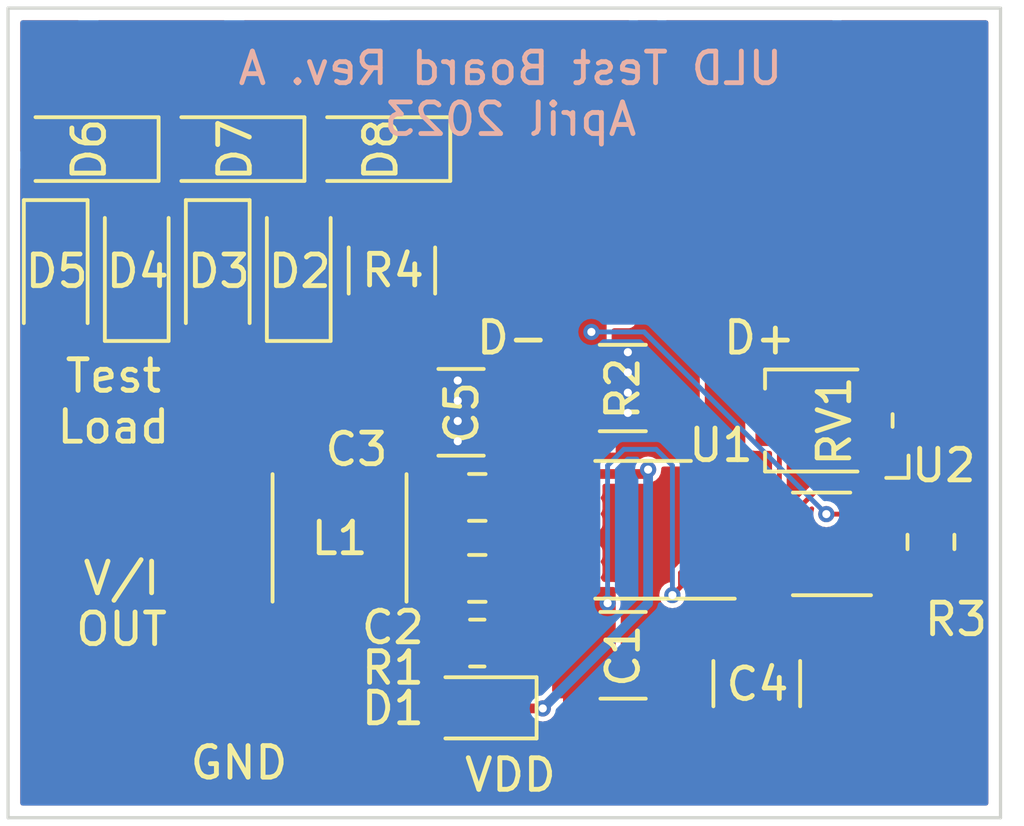
<source format=kicad_pcb>
(kicad_pcb (version 20221018) (generator pcbnew)
  (title_block (title "ULD Test Board") (date "2023-04-04") (rev "A"))
  (layers (0 "F.Cu" signal) (31 "B.Cu" signal) (34 "B.Paste" user) (35 "F.Paste" user) (36 "B.SilkS" user "B.Silkscreen") (37 "F.SilkS" user "F.Silkscreen") (38 "B.Mask" user) (39 "F.Mask" user) (44 "Edge.Cuts" user))
  (net 0 "")
  (net 1 "VDD")
  (net 2 "GND")
  (net 3 "Net-(U1-BST1)")
  (net 4 "Net-(U1-SW1)")
  (net 5 "Net-(U1-SW2)")
  (net 6 "Net-(U1-BST2)")
  (net 7 "Net-(U1-MPPC)")
  (net 8 "VD")
  (net 9 "Net-(D1-K)")
  (net 10 "Net-(D1-A)")
  (net 11 "GNDA")
  (net 12 "Net-(U2--)")
  (net 13 "FB")
  (net 15 "Net-(D2-K)")
  (net 16 "Net-(D3-K)")
  (net 17 "Net-(D4-K)")
  (net 18 "Net-(D5-K)")
  (net 19 "Net-(D6-K)")
  (net 20 "Net-(D7-K)")
  (net 21 "Net-(D2-A)")
  (net 22 "/VD_BRIDGE")
  (footprint "LED_SMD:LED_0805_2012Metric_Pad1.15x1.40mm_HandSolder" (layer "F.Cu") (at 40.11 47.352 180)
    (fp_text reference "D1" (at 2.645 -0.019) (layer "F.SilkS") (effects (font (size 0.9906 0.9906) (thickness 0.1524))))
    (fp_text value "LED")
    (fp_line (start -1.86 -0.96) (end -1.86 0.96) (stroke (width 0.12)) (layer "F.SilkS"))
    (fp_line (start -1.86 0.96) (end 1 0.96) (stroke (width 0.12)) (layer "F.SilkS"))
    (fp_line (start 1 -0.96) (end -1.86 -0.96) (stroke (width 0.12)) (layer "F.SilkS"))
    (pad "1" smd roundrect (at -1.025 0 180) (size 1.15 1.4) (layers "F.Cu" "F.Paste" "F.Mask") (roundrect_rratio 0.2173913043) (net 9 "Net-(D1-K)"))
    (pad "2" smd roundrect (at 1.025 0 180) (size 1.15 1.4) (layers "F.Cu" "F.Paste" "F.Mask") (roundrect_rratio 0.2173913043) (net 10 "Net-(D1-A)"))
  )
  (footprint "Diode_SMD:D_SOD-123F" (layer "F.Cu") (at 31.973 33.633 -90)
    (fp_text reference "D3" (at 0.022 -0.031 -180) (layer "F.SilkS") (effects (font (size 0.9906 0.9906) (thickness 0.1524))))
    (fp_text value "1N4007")
    (fp_line (start -2.21 -1) (end -2.21 1) (stroke (width 0.12)) (layer "F.SilkS"))
    (fp_line (start -2.21 -1) (end 1.65 -1) (stroke (width 0.12)) (layer "F.SilkS"))
    (fp_line (start -2.21 1) (end 1.65 1) (stroke (width 0.12)) (layer "F.SilkS"))
    (pad "1" smd roundrect (at -1.4 0 270) (size 1.1 1.1) (layers "F.Cu" "F.Paste" "F.Mask") (roundrect_rratio 0.2272727273) (net 16 "Net-(D3-K)"))
    (pad "2" smd roundrect (at 1.4 0 270) (size 1.1 1.1) (layers "F.Cu" "F.Paste" "F.Mask") (roundrect_rratio 0.2272727273) (net 15 "Net-(D2-K)"))
  )
  (footprint "Package_SO:MSOP-16-1EP_3x4.039mm_P0.5mm_EP1.651x2.845mm" (layer "F.Cu") (at 45.308 41.767 180)
    (fp_text reference "U1" (at -2.444 2.651) (layer "F.SilkS") (effects (font (size 0.9906 0.9906) (thickness 0.1524))))
    (fp_text value "LTC3129IMSE")
    (fp_line (start 0 -2.16) (end -2.875 -2.16) (stroke (width 0.12)) (layer "F.SilkS"))
    (fp_line (start 0 -2.16) (end 1.5 -2.16) (stroke (width 0.12)) (layer "F.SilkS"))
    (fp_line (start 0 2.16) (end -1.5 2.16) (stroke (width 0.12)) (layer "F.SilkS"))
    (fp_line (start 0 2.16) (end 1.5 2.16) (stroke (width 0.12)) (layer "F.SilkS"))
    (pad "1" smd roundrect (at -2.15 -1.75 180) (size 1.45 0.3) (layers "F.Cu" "F.Paste" "F.Mask") (net 7 "Net-(U1-MPPC)"))
    (pad "2" smd roundrect (at -2.15 -1.25 180) (size 1.45 0.3) (layers "F.Cu" "F.Paste" "F.Mask") (net 1 "VDD"))
    (pad "3" smd roundrect (at -2.15 -0.75 180) (size 1.45 0.3) (layers "F.Cu" "F.Paste" "F.Mask") (net 7 "Net-(U1-MPPC)"))
    (pad "4" smd roundrect (at -2.15 -0.25 180) (size 1.45 0.3) (layers "F.Cu" "F.Paste" "F.Mask") (net 2 "GND"))
    (pad "5" smd roundrect (at -2.15 0.25 180) (size 1.45 0.3) (layers "F.Cu" "F.Paste" "F.Mask") (net 13 "FB"))
    (pad "6" smd roundrect (at -2.15 0.75 180) (size 1.45 0.3) (layers "F.Cu" "F.Paste" "F.Mask") (net 2 "GND"))
    (pad "7" smd roundrect (at -2.15 1.25 180) (size 1.45 0.3) (layers "F.Cu" "F.Paste" "F.Mask") (net 2 "GND"))
    (pad "8" smd roundrect (at -2.15 1.75 180) (size 1.45 0.3) (layers "F.Cu" "F.Paste" "F.Mask") (net 2 "GND"))
    (pad "9" smd roundrect (at 2.15 1.75 180) (size 1.45 0.3) (layers "F.Cu" "F.Paste" "F.Mask") (net 9 "Net-(D1-K)"))
    (pad "10" smd roundrect (at 2.15 1.25 180) (size 1.45 0.3) (layers "F.Cu" "F.Paste" "F.Mask") (net 8 "VD"))
    (pad "11" smd roundrect (at 2.15 0.75 180) (size 1.45 0.3) (layers "F.Cu" "F.Paste" "F.Mask") (net 6 "Net-(U1-BST2)"))
    (pad "12" smd roundrect (at 2.15 0.25 180) (size 1.45 0.3) (layers "F.Cu" "F.Paste" "F.Mask") (net 5 "Net-(U1-SW2)"))
    (pad "13" smd roundrect (at 2.15 -0.25 180) (size 1.45 0.3) (layers "F.Cu" "F.Paste" "F.Mask") (net 2 "GND"))
    (pad "14" smd roundrect (at 2.15 -0.75 180) (size 1.45 0.3) (layers "F.Cu" "F.Paste" "F.Mask") (net 4 "Net-(U1-SW1)"))
    (pad "15" smd roundrect (at 2.15 -1.25 180) (size 1.45 0.3) (layers "F.Cu" "F.Paste" "F.Mask") (net 3 "Net-(U1-BST1)"))
    (pad "16" smd roundrect (at 2.15 -1.75 180) (size 1.45 0.3) (layers "F.Cu" "F.Paste" "F.Mask") (net 1 "VDD"))
    (pad "17" smd rect (at 0 0 180) (size 1.651 2.845) (layers "F.Cu" "F.Mask") (net 2 "GND"))
  )
  (footprint "Diode_SMD:D_SOD-123F" (layer "F.Cu") (at 37.053 29.823 180)
    (fp_text reference "D8" (at -0.031 -0.022 90) (layer "F.SilkS") (effects (font (size 0.9906 0.9906) (thickness 0.1524))))
    (fp_text value "1N4007")
    (fp_line (start -2.21 -1) (end -2.21 1) (stroke (width 0.12)) (layer "F.SilkS"))
    (fp_line (start -2.21 -1) (end 1.65 -1) (stroke (width 0.12)) (layer "F.SilkS"))
    (fp_line (start -2.21 1) (end 1.65 1) (stroke (width 0.12)) (layer "F.SilkS"))
    (pad "1" smd roundrect (at -1.4 0 180) (size 1.1 1.1) (layers "F.Cu" "F.Paste" "F.Mask") (roundrect_rratio 0.2272727273) (net 11 "GNDA"))
    (pad "2" smd roundrect (at 1.4 0 180) (size 1.1 1.1) (layers "F.Cu" "F.Paste" "F.Mask") (roundrect_rratio 0.2272727273) (net 20 "Net-(D7-K)"))
  )
  (footprint "Potentiometer_SMD:Potentiometer_Bourns_TC33X_Vertical" (layer "F.Cu") (at 51.032 38.338 180)
    (fp_text reference "RV1" (at -0.276 -0.016 90) (layer "F.SilkS") (effects (font (size 0.9906 0.9906) (thickness 0.1524))))
    (fp_text value "2kΩ")
    (fp_line (start -2.6 -1.8) (end -2.6 -1.1) (stroke (width 0.12)) (layer "F.SilkS"))
    (fp_line (start -2.1 -0.2) (end -2.1 0.2) (stroke (width 0.12)) (layer "F.SilkS"))
    (fp_line (start -1.9 -1.8) (end -2.6 -1.8) (stroke (width 0.12)) (layer "F.SilkS"))
    (fp_line (start -1 -1.6) (end 1.9 -1.6) (stroke (width 0.12)) (layer "F.SilkS"))
    (fp_line (start -1 1.6) (end 1.9 1.6) (stroke (width 0.12)) (layer "F.SilkS"))
    (fp_line (start 1.9 -1.6) (end 1.9 -1) (stroke (width 0.12)) (layer "F.SilkS"))
    (fp_line (start 1.9 1.6) (end 1.9 1) (stroke (width 0.12)) (layer "F.SilkS"))
    (pad "1" smd rect (at -1.8 -1 180) (size 1.2 1.2) (layers "F.Cu" "F.Paste" "F.Mask") (net 2 "GND"))
    (pad "2" smd rect (at 1.45 0 180) (size 1.5 1.6) (layers "F.Cu" "F.Paste" "F.Mask") (net 12 "Net-(U2--)"))
    (pad "3" smd rect (at -1.8 1 180) (size 1.2 1.2) (layers "F.Cu" "F.Paste" "F.Mask"))
  )
  (footprint "Package_TO_SOT_SMD:SOT-23-5_HandSoldering" (layer "F.Cu") (at 50.905 42.209 180)
    (fp_text reference "U2" (at -3.832 2.458 180) (layer "F.SilkS") (effects (font (size 0.9906 0.9906) (thickness 0.1524))))
    (fp_text value "AD8515")
    (fp_line (start -0.9 1.61) (end 0.9 1.61) (stroke (width 0.12)) (layer "F.SilkS"))
    (fp_line (start 0.9 -1.61) (end -1.55 -1.61) (stroke (width 0.12)) (layer "F.SilkS"))
    (pad "1" smd rect (at -1.35 -0.95 180) (size 1.56 0.65) (layers "F.Cu" "F.Paste" "F.Mask") (net 13 "FB"))
    (pad "2" smd rect (at -1.35 0 180) (size 1.56 0.65) (layers "F.Cu" "F.Paste" "F.Mask") (net 2 "GND"))
    (pad "3" smd rect (at -1.35 0.95 180) (size 1.56 0.65) (layers "F.Cu" "F.Paste" "F.Mask") (net 11 "GNDA"))
    (pad "4" smd rect (at 1.35 0.95 180) (size 1.56 0.65) (layers "F.Cu" "F.Paste" "F.Mask") (net 12 "Net-(U2--)"))
    (pad "5" smd rect (at 1.35 -0.95 180) (size 1.56 0.65) (layers "F.Cu" "F.Paste" "F.Mask") (net 7 "Net-(U1-MPPC)"))
  )
  (footprint "Resistor_SMD:R_1210_3225Metric_Pad1.30x2.65mm_HandSolder" (layer "F.Cu") (at 44.673 37.319)
    (fp_text reference "R2" (at 0 0.019 90) (layer "F.SilkS") (effects (font (size 0.9906 0.9906) (thickness 0.1524))))
    (fp_text value "1Ω")
    (fp_line (start -0.723737 -1.355) (end 0.723737 -1.355) (stroke (width 0.12)) (layer "F.SilkS"))
    (fp_line (start -0.723737 1.355) (end 0.723737 1.355) (stroke (width 0.12)) (layer "F.SilkS"))
    (pad "1" smd roundrect (at -1.55 0) (size 1.3 2.65) (layers "F.Cu" "F.Paste" "F.Mask") (roundrect_rratio 0.1923076923) (net 11 "GNDA"))
    (pad "2" smd roundrect (at 1.55 0) (size 1.3 2.65) (layers "F.Cu" "F.Paste" "F.Mask") (roundrect_rratio 0.1923076923) (net 2 "GND"))
  )
  (footprint "Diode_SMD:D_SOD-123F" (layer "F.Cu") (at 34.513 33.633 90)
    (fp_text reference "D2" (at -0.022 0.031 180) (layer "F.SilkS") (effects (font (size 0.9906 0.9906) (thickness 0.1524))))
    (fp_text value "1N4007")
    (fp_line (start -2.21 -1) (end -2.21 1) (stroke (width 0.12)) (layer "F.SilkS"))
    (fp_line (start -2.21 -1) (end 1.65 -1) (stroke (width 0.12)) (layer "F.SilkS"))
    (fp_line (start -2.21 1) (end 1.65 1) (stroke (width 0.12)) (layer "F.SilkS"))
    (pad "1" smd roundrect (at -1.4 0 90) (size 1.1 1.1) (layers "F.Cu" "F.Paste" "F.Mask") (roundrect_rratio 0.2272727273) (net 15 "Net-(D2-K)"))
    (pad "2" smd roundrect (at 1.4 0 90) (size 1.1 1.1) (layers "F.Cu" "F.Paste" "F.Mask") (roundrect_rratio 0.2272727273) (net 21 "Net-(D2-A)"))
  )
  (footprint "Diode_SMD:D_SOD-123F" (layer "F.Cu") (at 27.909 29.823 180)
    (fp_text reference "D6" (at -0.031 -0.022 90) (layer "F.SilkS") (effects (font (size 0.9906 0.9906) (thickness 0.1524))))
    (fp_text value "1N4007")
    (fp_line (start -2.21 -1) (end -2.21 1) (stroke (width 0.12)) (layer "F.SilkS"))
    (fp_line (start -2.21 -1) (end 1.65 -1) (stroke (width 0.12)) (layer "F.SilkS"))
    (fp_line (start -2.21 1) (end 1.65 1) (stroke (width 0.12)) (layer "F.SilkS"))
    (pad "1" smd roundrect (at -1.4 0 180) (size 1.1 1.1) (layers "F.Cu" "F.Paste" "F.Mask") (roundrect_rratio 0.2272727273) (net 19 "Net-(D6-K)"))
    (pad "2" smd roundrect (at 1.4 0 180) (size 1.1 1.1) (layers "F.Cu" "F.Paste" "F.Mask") (roundrect_rratio 0.2272727273) (net 18 "Net-(D5-K)"))
  )
  (footprint "Capacitor_SMD:C_0805_2012Metric_Pad1.18x1.45mm_HandSolder" (layer "F.Cu") (at 40.11 40.751)
    (fp_text reference "C3" (at -3.788 -1.508) (layer "F.SilkS") (effects (font (size 0.9906 0.9906) (thickness 0.1524))))
    (fp_text value "22nF")
    (fp_line (start -0.261252 -0.735) (end 0.261252 -0.735) (stroke (width 0.12)) (layer "F.SilkS"))
    (fp_line (start -0.261252 0.735) (end 0.261252 0.735) (stroke (width 0.12)) (layer "F.SilkS"))
    (pad "1" smd roundrect (at -1.0375 0) (size 1.175 1.45) (layers "F.Cu" "F.Paste" "F.Mask") (roundrect_rratio 0.2127659574) (net 5 "Net-(U1-SW2)"))
    (pad "2" smd roundrect (at 1.0375 0) (size 1.175 1.45) (layers "F.Cu" "F.Paste" "F.Mask") (roundrect_rratio 0.2127659574) (net 6 "Net-(U1-BST2)"))
  )
  (footprint "Diode_SMD:D_SOD-123F" (layer "F.Cu") (at 32.481 29.823 180)
    (fp_text reference "D7" (at -0.031 -0.022 90) (layer "F.SilkS") (effects (font (size 0.9906 0.9906) (thickness 0.1524))))
    (fp_text value "1N4007")
    (fp_line (start -2.21 -1) (end -2.21 1) (stroke (width 0.12)) (layer "F.SilkS"))
    (fp_line (start -2.21 -1) (end 1.65 -1) (stroke (width 0.12)) (layer "F.SilkS"))
    (fp_line (start -2.21 1) (end 1.65 1) (stroke (width 0.12)) (layer "F.SilkS"))
    (pad "1" smd roundrect (at -1.4 0 180) (size 1.1 1.1) (layers "F.Cu" "F.Paste" "F.Mask") (roundrect_rratio 0.2272727273) (net 20 "Net-(D7-K)"))
    (pad "2" smd roundrect (at 1.4 0 180) (size 1.1 1.1) (layers "F.Cu" "F.Paste" "F.Mask") (roundrect_rratio 0.2272727273) (net 19 "Net-(D6-K)"))
  )
  (footprint "Resistor_SMD:R_0805_2012Metric_Pad1.20x1.40mm_HandSolder" (layer "F.Cu") (at 54.334 42.148 -90)
    (fp_text reference "R3" (at 2.429 -0.784 -180) (layer "F.SilkS") (effects (font (size 0.9906 0.9906) (thickness 0.1524))))
    (fp_text value "10kΩ")
    (fp_line (start -0.227064 -0.735) (end 0.227064 -0.735) (stroke (width 0.12)) (layer "F.SilkS"))
    (fp_line (start -0.227064 0.735) (end 0.227064 0.735) (stroke (width 0.12)) (layer "F.SilkS"))
    (pad "1" smd roundrect (at -1 0 270) (size 1.2 1.4) (layers "F.Cu" "F.Paste" "F.Mask") (roundrect_rratio 0.2083333333) (net 12 "Net-(U2--)"))
    (pad "2" smd roundrect (at 1 0 270) (size 1.2 1.4) (layers "F.Cu" "F.Paste" "F.Mask") (roundrect_rratio 0.2083333333) (net 13 "FB"))
  )
  (footprint "Diode_SMD:D_SOD-123F" (layer "F.Cu") (at 29.433 33.633 90)
    (fp_text reference "D4" (at -0.022 0.031 180) (layer "F.SilkS") (effects (font (size 0.9906 0.9906) (thickness 0.1524))))
    (fp_text value "1N4007")
    (fp_line (start -2.21 -1) (end -2.21 1) (stroke (width 0.12)) (layer "F.SilkS"))
    (fp_line (start -2.21 -1) (end 1.65 -1) (stroke (width 0.12)) (layer "F.SilkS"))
    (fp_line (start -2.21 1) (end 1.65 1) (stroke (width 0.12)) (layer "F.SilkS"))
    (pad "1" smd roundrect (at -1.4 0 90) (size 1.1 1.1) (layers "F.Cu" "F.Paste" "F.Mask") (roundrect_rratio 0.2272727273) (net 17 "Net-(D4-K)"))
    (pad "2" smd roundrect (at 1.4 0 90) (size 1.1 1.1) (layers "F.Cu" "F.Paste" "F.Mask") (roundrect_rratio 0.2272727273) (net 16 "Net-(D3-K)"))
  )
  (footprint "Resistor_SMD:R_1210_3225Metric_Pad1.30x2.65mm_HandSolder" (layer "F.Cu") (at 37.434 33.633 90)
    (fp_text reference "R4" (at 0 0.031 180) (layer "F.SilkS") (effects (font (size 0.9906 0.9906) (thickness 0.1524))))
    (fp_text value "1Ω")
    (fp_line (start -0.723737 -1.355) (end 0.723737 -1.355) (stroke (width 0.12)) (layer "F.SilkS"))
    (fp_line (start -0.723737 1.355) (end 0.723737 1.355) (stroke (width 0.12)) (layer "F.SilkS"))
    (pad "1" smd roundrect (at -1.55 0 90) (size 1.3 2.65) (layers "F.Cu" "F.Paste" "F.Mask") (roundrect_rratio 0.1923076923) (net 22 "/VD_BRIDGE"))
    (pad "2" smd roundrect (at 1.55 0 90) (size 1.3 2.65) (layers "F.Cu" "F.Paste" "F.Mask") (roundrect_rratio 0.1923076923) (net 21 "Net-(D2-A)"))
  )
  (footprint "Inductor_SMD:L_Taiyo-Yuden_MD-4040" (layer "F.Cu") (at 35.792 42.021 90)
    (fp_text reference "L1" (at -0.016 0) (layer "F.SilkS") (effects (font (size 0.9906 0.9906) (thickness 0.1524))))
    (fp_text value "6.8µH")
    (fp_line (start -2 -2.1) (end 2 -2.1) (stroke (width 0.12)) (layer "F.SilkS"))
    (fp_line (start -2 2.1) (end 2 2.1) (stroke (width 0.12)) (layer "F.SilkS"))
    (pad "1" smd rect (at -1.4 0 90) (size 1.2 3.7) (layers "F.Cu" "F.Paste" "F.Mask") (net 4 "Net-(U1-SW1)"))
    (pad "2" smd rect (at 1.4 0 90) (size 1.2 3.7) (layers "F.Cu" "F.Paste" "F.Mask") (net 5 "Net-(U1-SW2)"))
  )
  (footprint "Capacitor_SMD:C_1210_3225Metric_Pad1.33x2.70mm_HandSolder" (layer "F.Cu") (at 44.682 45.704)
    (fp_text reference "C1" (at 0 0.016 90) (layer "F.SilkS") (effects (font (size 0.9906 0.9906) (thickness 0.1524))))
    (fp_text value "22µF")
    (fp_line (start -0.711252 -1.36) (end 0.711252 -1.36) (stroke (width 0.12)) (layer "F.SilkS"))
    (fp_line (start -0.711252 1.36) (end 0.711252 1.36) (stroke (width 0.12)) (layer "F.SilkS"))
    (pad "1" smd roundrect (at -1.5625 0) (size 1.325 2.7) (layers "F.Cu" "F.Paste" "F.Mask") (roundrect_rratio 0.1886792453) (net 1 "VDD"))
    (pad "2" smd roundrect (at 1.5625 0) (size 1.325 2.7) (layers "F.Cu" "F.Paste" "F.Mask") (roundrect_rratio 0.1886792453) (net 2 "GND"))
  )
  (footprint "Capacitor_SMD:C_1210_3225Metric_Pad1.33x2.70mm_HandSolder" (layer "F.Cu") (at 39.602 38.081)
    (fp_text reference "C5" (at 0.022 0.019 90) (layer "F.SilkS") (effects (font (size 0.9906 0.9906) (thickness 0.1524))))
    (fp_text value "22µF")
    (fp_line (start -0.711252 -1.36) (end 0.711252 -1.36) (stroke (width 0.12)) (layer "F.SilkS"))
    (fp_line (start -0.711252 1.36) (end 0.711252 1.36) (stroke (width 0.12)) (layer "F.SilkS"))
    (pad "1" smd roundrect (at -1.5625 0) (size 1.325 2.7) (layers "F.Cu" "F.Paste" "F.Mask") (roundrect_rratio 0.1886792453) (net 2 "GND"))
    (pad "2" smd roundrect (at 1.5625 0) (size 1.325 2.7) (layers "F.Cu" "F.Paste" "F.Mask") (roundrect_rratio 0.1886792453) (net 8 "VD"))
  )
  (footprint "Capacitor_SMD:C_1210_3225Metric_Pad1.33x2.70mm_HandSolder" (layer "F.Cu") (at 48.873 46.593 -90)
    (fp_text reference "C4" (at 0.016 -0.022 -180) (layer "F.SilkS") (effects (font (size 0.9906 0.9906) (thickness 0.1524))))
    (fp_text value "4.7µF")
    (fp_line (start -0.711252 -1.36) (end 0.711252 -1.36) (stroke (width 0.12)) (layer "F.SilkS"))
    (fp_line (start -0.711252 1.36) (end 0.711252 1.36) (stroke (width 0.12)) (layer "F.SilkS"))
    (pad "1" smd roundrect (at -1.5625 0 270) (size 1.325 2.7) (layers "F.Cu" "F.Paste" "F.Mask") (roundrect_rratio 0.1886792453) (net 7 "Net-(U1-MPPC)"))
    (pad "2" smd roundrect (at 1.5625 0 270) (size 1.325 2.7) (layers "F.Cu" "F.Paste" "F.Mask") (roundrect_rratio 0.1886792453) (net 2 "GND"))
  )
  (footprint "Diode_SMD:D_SOD-123F" (layer "F.Cu") (at 26.893 33.633 -90)
    (fp_text reference "D5" (at 0.022 -0.031 -180) (layer "F.SilkS") (effects (font (size 0.9906 0.9906) (thickness 0.1524))))
    (fp_text value "1N4007")
    (fp_line (start -2.21 -1) (end -2.21 1) (stroke (width 0.12)) (layer "F.SilkS"))
    (fp_line (start -2.21 -1) (end 1.65 -1) (stroke (width 0.12)) (layer "F.SilkS"))
    (fp_line (start -2.21 1) (end 1.65 1) (stroke (width 0.12)) (layer "F.SilkS"))
    (pad "1" smd roundrect (at -1.4 0 270) (size 1.1 1.1) (layers "F.Cu" "F.Paste" "F.Mask") (roundrect_rratio 0.2272727273) (net 18 "Net-(D5-K)"))
    (pad "2" smd roundrect (at 1.4 0 270) (size 1.1 1.1) (layers "F.Cu" "F.Paste" "F.Mask") (roundrect_rratio 0.2272727273) (net 17 "Net-(D4-K)"))
  )
  (footprint "Resistor_SMD:R_0805_2012Metric_Pad1.20x1.40mm_HandSolder" (layer "F.Cu") (at 40.11 45.32 180)
    (fp_text reference "R1" (at 2.645 -0.781) (layer "F.SilkS") (effects (font (size 0.9906 0.9906) (thickness 0.1524))))
    (fp_text value "68Ω")
    (fp_line (start -0.227064 -0.735) (end 0.227064 -0.735) (stroke (width 0.12)) (layer "F.SilkS"))
    (fp_line (start -0.227064 0.735) (end 0.227064 0.735) (stroke (width 0.12)) (layer "F.SilkS"))
    (pad "1" smd roundrect (at -1 0 180) (size 1.2 1.4) (layers "F.Cu" "F.Paste" "F.Mask") (roundrect_rratio 0.2083333333) (net 1 "VDD"))
    (pad "2" smd roundrect (at 1 0 180) (size 1.2 1.4) (layers "F.Cu" "F.Paste" "F.Mask") (roundrect_rratio 0.2083333333) (net 10 "Net-(D1-A)"))
  )
  (footprint "Capacitor_SMD:C_0805_2012Metric_Pad1.18x1.45mm_HandSolder" (layer "F.Cu") (at 40.11 43.291 180)
    (fp_text reference "C2" (at 2.645 -1.54) (layer "F.SilkS") (effects (font (size 0.9906 0.9906) (thickness 0.1524))))
    (fp_text value "22nF")
    (fp_line (start -0.261252 -0.735) (end 0.261252 -0.735) (stroke (width 0.12)) (layer "F.SilkS"))
    (fp_line (start -0.261252 0.735) (end 0.261252 0.735) (stroke (width 0.12)) (layer "F.SilkS"))
    (pad "1" smd roundrect (at -1.0375 0 180) (size 1.175 1.45) (layers "F.Cu" "F.Paste" "F.Mask") (roundrect_rratio 0.2127659574) (net 3 "Net-(U1-BST1)"))
    (pad "2" smd roundrect (at 1.0375 0 180) (size 1.175 1.45) (layers "F.Cu" "F.Paste" "F.Mask") (roundrect_rratio 0.2127659574) (net 4 "Net-(U1-SW1)"))
  )
  (gr_line (start 25.4 25.4) (end 56.515 25.4) (stroke (width 0.1016)) (layer "Edge.Cuts"))
  (gr_line (start 56.515 50.8) (end 25.4 50.8) (stroke (width 0.1016)) (layer "Edge.Cuts"))
  (gr_line (start 25.4 50.8) (end 25.4 25.4) (stroke (width 0.1016)) (layer "Edge.Cuts"))
  (gr_line (start 56.515 25.4) (end 56.515 50.8) (stroke (width 0.1016)) (layer "Edge.Cuts"))
  (gr_text "ULD Test Board Rev. A\nApril 2023" (at 41.148 29.464) (layer "B.SilkS") (effects (font (size 0.9906 0.9906) (thickness 0.1524) bold) (justify bottom mirror)))
  (gr_text "D+" (at 47.752 36.322) (layer "F.SilkS") (effects (font (size 0.9906 0.9906) (thickness 0.1524) bold) (justify left bottom)))
  (gr_text "V/I\nOUT" (at 28.956 45.466) (layer "F.SilkS") (effects (font (size 0.9906 0.9906) (thickness 0.1524) bold) (justify bottom)))
  (gr_text "Test\nLoad" (at 28.702 39.116) (layer "F.SilkS") (effects (font (size 0.9906 0.9906) (thickness 0.1524) bold) (justify bottom)))
  (gr_text "VDD" (at 41.148 50.038) (layer "F.SilkS") (effects (font (size 0.9906 0.9906) (thickness 0.1524) bold) (justify bottom)))
  (gr_text "GND" (at 32.639 49.657) (layer "F.SilkS") (effects (font (size 0.9906 0.9906) (thickness 0.1524) bold) (justify bottom)))
  (gr_text "D-" (at 40.005 36.322) (layer "F.SilkS") (effects (font (size 0.9906 0.9906) (thickness 0.1524) bold) (justify left bottom)))
  (segment (start 43.158 45.6655) (end 43.1195 45.704) (width 0.3048) (layer "F.Cu") (net 1))
  (segment (start 46.228 43.815) (end 46.482 43.561) (width 0.1524) (layer "F.Cu") (net 1))
  (segment (start 43.158 43.517) (end 43.158 44.069) (width 0.3048) (layer "F.Cu") (net 1))
  (segment (start 42.7355 45.32) (end 43.1195 45.704) (width 0.3048) (layer "F.Cu") (net 1))
  (segment (start 46.482 43.1165) (end 46.5815 43.017) (width 0.1524) (layer "F.Cu") (net 1))
  (segment (start 44.196 44.069) (end 43.158 44.069) (width 0.1524) (layer "F.Cu") (net 1))
  (segment (start 46.5815 43.017) (end 47.458 43.017) (width 0.1524) (layer "F.Cu") (net 1))
  (segment (start 46.482 43.561) (end 46.482 43.1165) (width 0.1524) (layer "F.Cu") (net 1))
  (segment (start 41.11 45.32) (end 42.7355 45.32) (width 0.3048) (layer "F.Cu") (net 1))
  (segment (start 43.158 44.069) (end 43.158 45.6655) (width 0.3048) (layer "F.Cu") (net 1))
  (via (at 44.196 44.069) (size 0.508) (drill 0.254) (layers "F.Cu" "B.Cu") (net 1))
  (via (at 46.228 43.815) (size 0.508) (drill 0.254) (layers "F.Cu" "B.Cu") (net 1))
  (segment (start 44.196 44.069) (end 44.196 39.751) (width 0.1524) (layer "B.Cu") (net 1))
  (segment (start 44.704 39.243) (end 45.72 39.243) (width 0.1524) (layer "B.Cu") (net 1))
  (segment (start 46.228 39.751) (end 46.228 43.815) (width 0.1524) (layer "B.Cu") (net 1))
  (segment (start 45.72 39.243) (end 46.228 39.751) (width 0.1524) (layer "B.Cu") (net 1))
  (segment (start 44.196 39.751) (end 44.704 39.243) (width 0.1524) (layer "B.Cu") (net 1))
  (via (at 44.831 36.195) (size 0.508) (drill 0.254) (layers "F.Cu" "B.Cu") (net 2))
  (via (at 39.497 37.719) (size 0.508) (drill 0.254) (layers "F.Cu" "B.Cu") (net 2))
  (via (at 44.831 36.83) (size 0.508) (drill 0.254) (layers "F.Cu" "B.Cu") (net 2))
  (via (at 39.497 38.354) (size 0.508) (drill 0.254) (layers "F.Cu" "B.Cu") (net 2))
  (via (at 44.831 38.1) (size 0.508) (drill 0.254) (layers "F.Cu" "B.Cu") (net 2))
  (via (at 39.497 37.084) (size 0.508) (drill 0.254) (layers "F.Cu" "B.Cu") (net 2))
  (via (at 44.831 37.465) (size 0.508) (drill 0.254) (layers "F.Cu" "B.Cu") (net 2))
  (via (at 39.497 38.989) (size 0.508) (drill 0.254) (layers "F.Cu" "B.Cu") (net 2))
  (segment (start 43.158 43.017) (end 41.4215 43.017) (width 0.3048) (layer "F.Cu") (net 3))
  (segment (start 41.4215 43.017) (end 41.1475 43.291) (width 0.3048) (layer "F.Cu") (net 3))
  (segment (start 38.9425 43.421) (end 39.0725 43.291) (width 0.3048) (layer "F.Cu") (net 4))
  (segment (start 43.158 42.517) (end 41.970606 42.517) (width 0.3048) (layer "F.Cu") (net 4))
  (segment (start 35.792 43.421) (end 38.9425 43.421) (width 0.3048) (layer "F.Cu") (net 4))
  (segment (start 39.0725 43.1855) (end 39.0725 43.291) (width 0.3048) (layer "F.Cu") (net 4))
  (segment (start 41.970606 42.517) (end 41.714806 42.2612) (width 0.3048) (layer "F.Cu") (net 4))
  (segment (start 39.9968 42.2612) (end 39.0725 43.1855) (width 0.3048) (layer "F.Cu") (net 4))
  (segment (start 41.714806 42.2612) (end 39.9968 42.2612) (width 0.3048) (layer "F.Cu") (net 4))
  (segment (start 41.978606 41.517) (end 41.714806 41.7808) (width 0.3048) (layer "F.Cu") (net 5))
  (segment (start 43.158 41.517) (end 41.978606 41.517) (width 0.3048) (layer "F.Cu") (net 5))
  (segment (start 41.714806 41.7808) (end 39.9968 41.7808) (width 0.3048) (layer "F.Cu") (net 5))
  (segment (start 38.9425 40.621) (end 39.0725 40.751) (width 0.3048) (layer "F.Cu") (net 5))
  (segment (start 39.9968 41.7808) (end 39.0725 40.8565) (width 0.3048) (layer "F.Cu") (net 5))
  (segment (start 39.0725 40.8565) (end 39.0725 40.751) (width 0.3048) (layer "F.Cu") (net 5))
  (segment (start 35.792 40.621) (end 38.9425 40.621) (width 0.3048) (layer "F.Cu") (net 5))
  (segment (start 41.4135 41.017) (end 41.1475 40.751) (width 0.3048) (layer "F.Cu") (net 6))
  (segment (start 43.158 41.017) (end 41.4135 41.017) (width 0.3048) (layer "F.Cu") (net 6))
  (segment (start 49.197 43.517) (end 49.555 43.159) (width 0.3048) (layer "F.Cu") (net 7))
  (segment (start 47.458 43.517) (end 48.746 43.517) (width 0.3048) (layer "F.Cu") (net 7))
  (segment (start 48.48 42.517) (end 49.122 43.159) (width 0.1524) (layer "F.Cu") (net 7))
  (segment (start 48.873 45.0305) (end 48.873 43.517) (width 0.3048) (layer "F.Cu") (net 7))
  (segment (start 47.458 42.517) (end 48.48 42.517) (width 0.1524) (layer "F.Cu") (net 7))
  (segment (start 48.873 43.517) (end 49.197 43.517) (width 0.3048) (layer "F.Cu") (net 7))
  (segment (start 49.122 43.159) (end 49.555 43.159) (width 0.1524) (layer "F.Cu") (net 7))
  (segment (start 48.746 43.517) (end 48.873 43.517) (width 0.3048) (layer "F.Cu") (net 7))
  (segment (start 35.56 38.1) (end 34.29 38.1) (width 0.3048) (layer "F.Cu") (net 8))
  (segment (start 42.395882 40.517) (end 43.158 40.517) (width 0.3048) (layer "F.Cu") (net 8))
  (segment (start 41.1645 37.3545) (end 40.132 36.322) (width 0.3048) (layer "F.Cu") (net 8))
  (segment (start 42.3494 39.497) (end 44.831 39.497) (width 0.3048) (layer "F.Cu") (net 8))
  (segment (start 42.1282 39.7182) (end 42.1282 40.249318) (width 0.3048) (layer "F.Cu") (net 8))
  (segment (start 42.1282 40.249318) (end 42.395882 40.517) (width 0.3048) (layer "F.Cu") (net 8))
  (segment (start 44.831 39.497) (end 44.958 39.37) (width 0.3048) (layer "F.Cu") (net 8))
  (segment (start 37.338 36.322) (end 35.56 38.1) (width 0.3048) (layer "F.Cu") (net 8))
  (segment (start 41.1645 38.081) (end 41.1645 37.3545) (width 0.3048) (layer "F.Cu") (net 8))
  (segment (start 41.1645 38.081) (end 41.1645 38.7545) (width 0.3048) (layer "F.Cu") (net 8))
  (segment (start 40.132 36.322) (end 37.338 36.322) (width 0.3048) (layer "F.Cu") (net 8))
  (segment (start 41.1645 38.7545) (end 42.1282 39.7182) (width 0.3048) (layer "F.Cu") (net 8))
  (segment (start 42.1282 39.7182) (end 42.3494 39.497) (width 0.3048) (layer "F.Cu") (net 8))
  (segment (start 43.158 40.017) (end 45.327 40.017) (width 0.3048) (layer "F.Cu") (net 9))
  (segment (start 42.164 47.371) (end 41.154 47.371) (width 0.3048) (layer "F.Cu") (net 9))
  (segment (start 41.154 47.371) (end 41.135 47.352) (width 0.3048) (layer "F.Cu") (net 9))
  (segment (start 45.327 40.017) (end 45.466 39.878) (width 0.3048) (layer "F.Cu") (net 9))
  (via (at 45.466 39.878) (size 0.508) (drill 0.254) (layers "F.Cu" "B.Cu") (net 9))
  (via (at 42.164 47.371) (size 0.508) (drill 0.254) (layers "F.Cu" "B.Cu") (net 9))
  (segment (start 42.164 47.371) (end 45.466 44.069) (width 0.3048) (layer "B.Cu") (net 9))
  (segment (start 45.466 44.069) (end 45.466 39.878) (width 0.3048) (layer "B.Cu") (net 9))
  (segment (start 39.085 47.352) (end 39.085 45.345) (width 0.3048) (layer "F.Cu") (net 10))
  (segment (start 39.085 45.345) (end 39.11 45.32) (width 0.3048) (layer "F.Cu") (net 10))
  (segment (start 52.239 41.275) (end 52.255 41.259) (width 0.1524) (layer "F.Cu") (net 11))
  (segment (start 51.054 41.275) (end 52.239 41.275) (width 0.1524) (layer "F.Cu") (net 11))
  (via (at 51.054 41.275) (size 0.508) (drill 0.254) (layers "F.Cu" "B.Cu") (net 11))
  (via (at 43.688 35.56) (size 0.508) (drill 0.254) (layers "F.Cu" "B.Cu") (net 11))
  (segment (start 45.339 35.56) (end 43.688 35.56) (width 0.1524) (layer "B.Cu") (net 11))
  (segment (start 51.054 41.275) (end 45.339 35.56) (width 0.1524) (layer "B.Cu") (net 11))
  (segment (start 49.582 38.338) (end 49.582 41.232) (width 0.1524) (layer "F.Cu") (net 12))
  (segment (start 53.572 40.497) (end 54.223 41.148) (width 0.1524) (layer "F.Cu") (net 12))
  (segment (start 50.016 41.259) (end 50.778 40.497) (width 0.1524) (layer "F.Cu") (net 12))
  (segment (start 50.778 40.497) (end 53.572 40.497) (width 0.1524) (layer "F.Cu") (net 12))
  (segment (start 49.555 41.259) (end 50.016 41.259) (width 0.1524) (layer "F.Cu") (net 12))
  (segment (start 49.582 41.232) (end 49.555 41.259) (width 0.1524) (layer "F.Cu") (net 12))
  (segment (start 54.223 41.148) (end 54.334 41.148) (width 0.1524) (layer "F.Cu") (net 12))
  (segment (start 51.281 43.159) (end 50.651 42.529) (width 0.1524) (layer "F.Cu") (net 13))
  (segment (start 48.369 41.517) (end 47.458 41.517) (width 0.1524) (layer "F.Cu") (net 13))
  (segment (start 50.651 42.529) (end 49.381 42.529) (width 0.1524) (layer "F.Cu") (net 13))
  (segment (start 49.381 42.529) (end 48.369 41.517) (width 0.1524) (layer "F.Cu") (net 13))
  (segment (start 54.334 43.148) (end 54.323 43.159) (width 0.1524) (layer "F.Cu") (net 13))
  (segment (start 52.255 43.159) (end 51.281 43.159) (width 0.1524) (layer "F.Cu") (net 13))
  (segment (start 54.323 43.159) (end 52.255 43.159) (width 0.1524) (layer "F.Cu") (net 13))
  (segment (start 34.513 35.033) (end 31.973 35.033) (width 0.3048) (layer "F.Cu") (net 15))
  (segment (start 31.973 32.233) (end 29.433 32.233) (width 0.3048) (layer "F.Cu") (net 16))
  (segment (start 29.433 35.033) (end 26.893 35.033) (width 0.3048) (layer "F.Cu") (net 17))
  (segment (start 26.893 31.347) (end 26.893 32.233) (width 0.3048) (layer "F.Cu") (net 18))
  (segment (start 26.509 30.963) (end 26.893 31.347) (width 0.3048) (layer "F.Cu") (net 18))
  (segment (start 26.509 29.823) (end 26.509 30.963) (width 0.3048) (layer "F.Cu") (net 18))
  (segment (start 29.309 29.823) (end 31.081 29.823) (width 0.3048) (layer "F.Cu") (net 19))
  (segment (start 33.881 29.823) (end 35.653 29.823) (width 0.3048) (layer "F.Cu") (net 20))
  (segment (start 37.434 32.083) (end 34.663 32.083) (width 0.3048) (layer "F.Cu") (net 21))
  (segment (start 34.663 32.083) (end 34.513 32.233) (width 0.3048) (layer "F.Cu") (net 21))
  (segment (start 36.699 35.183) (end 35.814 36.068) (width 0.3048) (layer "F.Cu") (net 22))
  (segment (start 30.988 39.624) (end 30.734 39.878) (width 0.3048) (layer "F.Cu") (net 22))
  (segment (start 30.734 39.878) (end 29.972 39.878) (width 0.3048) (layer "F.Cu") (net 22))
  (segment (start 33.274 36.068) (end 30.988 38.354) (width 0.3048) (layer "F.Cu") (net 22))
  (segment (start 37.434 35.183) (end 36.699 35.183) (width 0.3048) (layer "F.Cu") (net 22))
  (segment (start 30.988 38.354) (end 30.988 39.624) (width 0.3048) (layer "F.Cu") (net 22))
  (segment (start 35.814 36.068) (end 33.274 36.068) (width 0.3048) (layer "F.Cu") (net 22))
  (zone (net 20) (net_name "Net-(D7-K)") (layer "F.Cu") (priority 1) (connect_pads yes (clearance 0)) (min_thickness 0.1524) (fill yes (thermal_gap 0.508) (thermal_bridge_width 0.3048))
    (polygon (pts (xy 32.744 25.641) (xy 32.744 29.959) (xy 36.808 29.959) (xy 36.808 25.641)))
  )
  (zone (net 8) (net_name "VD") (layer "F.Cu") (priority 1) (connect_pads yes (clearance 0)) (min_thickness 0.1524) (fill yes (thermal_gap 0.508) (thermal_bridge_width 0.3048))
    (polygon (pts (xy 45.974 25.654) (xy 51.308 25.654) (xy 51.308 37.084) (xy 48.514 37.084) (xy 48.514 39.624) (xy 44.45 39.624) (xy 44.45 38.862) (xy 47.244 38.862) (xy 47.244 35.306) (xy 45.974 35.306)))
  )
  (zone (net 22) (net_name "/VD_BRIDGE") (layer "F.Cu") (priority 1) (connect_pads yes (clearance 0)) (min_thickness 0.1524) (fill yes (thermal_gap 0.508) (thermal_bridge_width 0.3048) (island_removal_mode 1) (island_area_min 9.999998))
    (polygon (pts (xy 30.734 36.576) (xy 32.766 36.576) (xy 32.766 39.37) (xy 30.734 39.37)))
  )
  (zone (net 0) (net_name "") (layer "F.Cu") (connect_pads (clearance 0)) (min_thickness 0.25)
    (keepout (tracks allowed) (vias allowed) (pads allowed) (copperpour not_allowed) (footprints allowed))
    (fill (thermal_gap 0.5) (thermal_bridge_width 0.5))
    (polygon (pts (xy 36.9316 25.7556) (xy 37.1856 25.7556) (xy 37.1856 29.972) (xy 36.9316 29.972)))
  )
  (zone (net 0) (net_name "") (layer "F.Cu") (connect_pads (clearance 0)) (min_thickness 0.25)
    (keepout (tracks allowed) (vias allowed) (pads allowed) (copperpour not_allowed) (footprints allowed))
    (fill (thermal_gap 0.5) (thermal_bridge_width 0.5))
    (polygon (pts (xy 32.3596 25.7556) (xy 32.6136 25.7556) (xy 32.6136 29.972) (xy 32.3596 29.972)))
  )
  (zone (net 22) (net_name "/VD_BRIDGE") (layer "F.Cu") (priority 1) (connect_pads yes (clearance 0)) (min_thickness 0.1524) (fill yes (thermal_gap 0.508) (thermal_bridge_width 0.3048) (island_removal_mode 1) (island_area_min 9.999998))
    (polygon (pts (xy 27.686 39.624) (xy 30.226 39.624) (xy 30.226 42.164) (xy 27.686 42.164)))
  )
  (zone (net 19) (net_name "Net-(D6-K)") (layer "F.Cu") (priority 1) (connect_pads yes (clearance 0)) (min_thickness 0.1524) (fill yes (thermal_gap 0.508) (thermal_bridge_width 0.3048))
    (polygon (pts (xy 28.172 25.641) (xy 28.172 29.959) (xy 32.236 29.959) (xy 32.236 25.641)))
  )
  (zone (net 8) (net_name "VD") (layer "F.Cu") (priority 1) (connect_pads yes (clearance 0)) (min_thickness 0.1524) (fill yes (thermal_gap 0.508) (thermal_bridge_width 0.3048) (island_removal_mode 1) (island_area_min 9.999998))
    (polygon (pts (xy 33.274 36.576) (xy 35.306 36.576) (xy 35.306 39.37) (xy 33.274 39.37)))
  )
  (zone (net 11) (net_name "GNDA") (layer "F.Cu") (priority 1) (connect_pads yes (clearance 0)) (min_thickness 0.1524) (fill yes (thermal_gap 0.508) (thermal_bridge_width 0.3048))
    (polygon (pts (xy 37.307 25.635) (xy 44.927 25.635) (xy 44.927 35.287) (xy 44.165 35.287) (xy 44.165 39.097) (xy 42.387 39.097) (xy 42.133 38.843) (xy 42.133 35.287) (xy 39.339 35.287) (xy 39.339 30.715) (xy 37.307 30.715)))
  )
  (zone (net 18) (net_name "Net-(D5-K)") (layer "F.Cu") (priority 1) (connect_pads yes (clearance 0)) (min_thickness 0.1524) (fill yes (thermal_gap 0.508) (thermal_bridge_width 0.3048))
    (polygon (pts (xy 25.632 25.641) (xy 27.664 25.641) (xy 27.664 29.959) (xy 25.632 29.959)))
  )
  (zone (net 1) (net_name "VDD") (layer "F.Cu") (priority 2) (connect_pads yes (clearance 0)) (min_thickness 0.1524) (fill yes (thermal_gap 0.508) (thermal_bridge_width 0.508))
    (polygon (pts (xy 42.799 49.784) (xy 45.085 49.784) (xy 45.085 47.371) (xy 44.45 47.371) (xy 44.45 43.561) (xy 42.037 43.561) (xy 42.037 44.45) (xy 40.386 44.45) (xy 40.386 46.228) (xy 42.799 46.228)))
  )
  (zone (net 0) (net_name "") (layer "F.Cu") (connect_pads (clearance 0)) (min_thickness 0.25)
    (keepout (tracks allowed) (vias allowed) (pads allowed) (copperpour not_allowed) (footprints allowed))
    (fill (thermal_gap 0.5) (thermal_bridge_width 0.5))
    (polygon (pts (xy 27.7876 25.7556) (xy 28.0416 25.7556) (xy 28.0416 29.972) (xy 27.7876 29.972)))
  )
  (zone (net 0) (net_name "") (layer "F.Cu") (connect_pads (clearance 0)) (min_thickness 0.25)
    (keepout (tracks allowed) (vias allowed) (pads allowed) (copperpour not_allowed) (footprints allowed))
    (fill (thermal_gap 0.5) (thermal_bridge_width 0.5))
    (polygon (pts (xy 32.893 36.703) (xy 33.147 36.703) (xy 33.147 39.37) (xy 32.893 39.37)))
  )
  (zone (net 2) (net_name "GND") (layers "F&B.Cu") (connect_pads yes (clearance 0)) (min_thickness 0.1524) (fill yes (thermal_gap 0.508) (thermal_bridge_width 0.508))
    (polygon (pts (xy 25.146 25.146) (xy 56.896 25.146) (xy 56.896 51.054) (xy 25.146 51.054)))
  )
)
</source>
